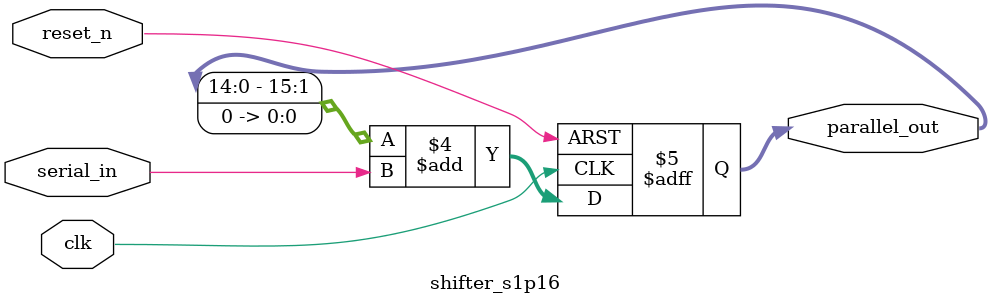
<source format=v>
module shifter_s1p16
(
	input clk,
	input reset_n,
	input serial_in,
	output reg [15:0] parallel_out
);

always @(posedge clk, negedge reset_n)
begin
	if(!reset_n)
		parallel_out <= 0;
	else
	begin
		parallel_out <= (parallel_out << 1) + serial_in;
	end
end

endmodule

</source>
